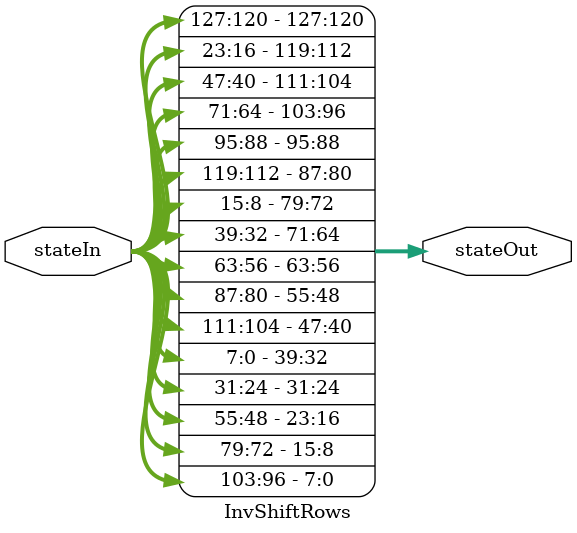
<source format=sv>
module InvShiftRows(
stateIn,
stateOut
);

input wire[127:0] stateIn;
output wire[127:0] stateOut;


//Shifting stateIn [0]
assign stateOut [127:120] = stateIn [127:120];
assign stateOut [95:88] = stateIn [95:88];
assign stateOut [63:56] = stateIn [63:56];
assign stateOut [31:24] = stateIn [31:24];

//Shifting stateIn [1]
assign stateOut [119:112] = stateIn [23:16];
assign stateOut [87:80] = stateIn [119:112];
assign stateOut [55:48] = stateIn [87:80];
assign stateOut [23:16] = stateIn [55:48];

//Shifting stateIn [2]
assign stateOut [111:104] = stateIn [47:40];
assign stateOut [79:72] =stateIn [15:8];
assign stateOut [47:40] = stateIn [111:104];
assign stateOut [15:8] = stateIn [79:72];

//Shifting stateIn [3]
assign stateOut [103:96] = stateIn [71:64];
assign stateOut [71:64] = stateIn [39:32];
assign stateOut [39:32] = stateIn [7:0];
assign stateOut [7:0] = stateIn [103:96];

endmodule 
</source>
